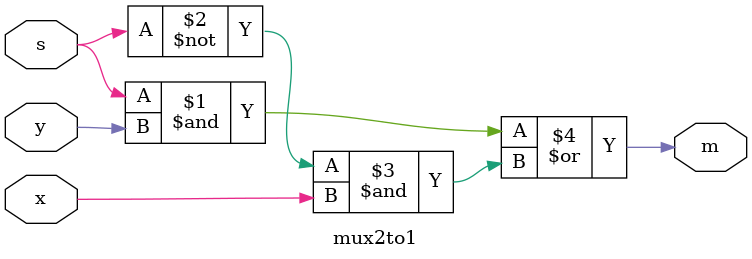
<source format=v>

module mux4to1(LEDR, SW);
	input[9:0] SW;
	output[9:0] LEDR;

	wire Connection02;
	wire Connection12;

	mux2to1 u0 (
		.x(SW[0]), 
		.y(SW[1]),
		.s(SW[9]),
		.m(Connection02)
		);

	mux2to1 u1 (
		.x(SW[2]), 
		.y(SW[3]),
		.s(SW[9]),
		.m(Connection12)
		);

	mux2to1 u2 (
		.x(Connection02), 
		.y(Connection12),
		.s(SW[8]),
		.m(LEDR[0])
		);	
endmodule

module mux2to1(x, y, s, m);
	input x; //selected when s is 0
	input y; //selected when s is 1
	input s; // select signal
	output m; // output

	assign m = s & y | ~s & x;
	// OR
	// assign m = s ? y : x;
endmodule

</source>
